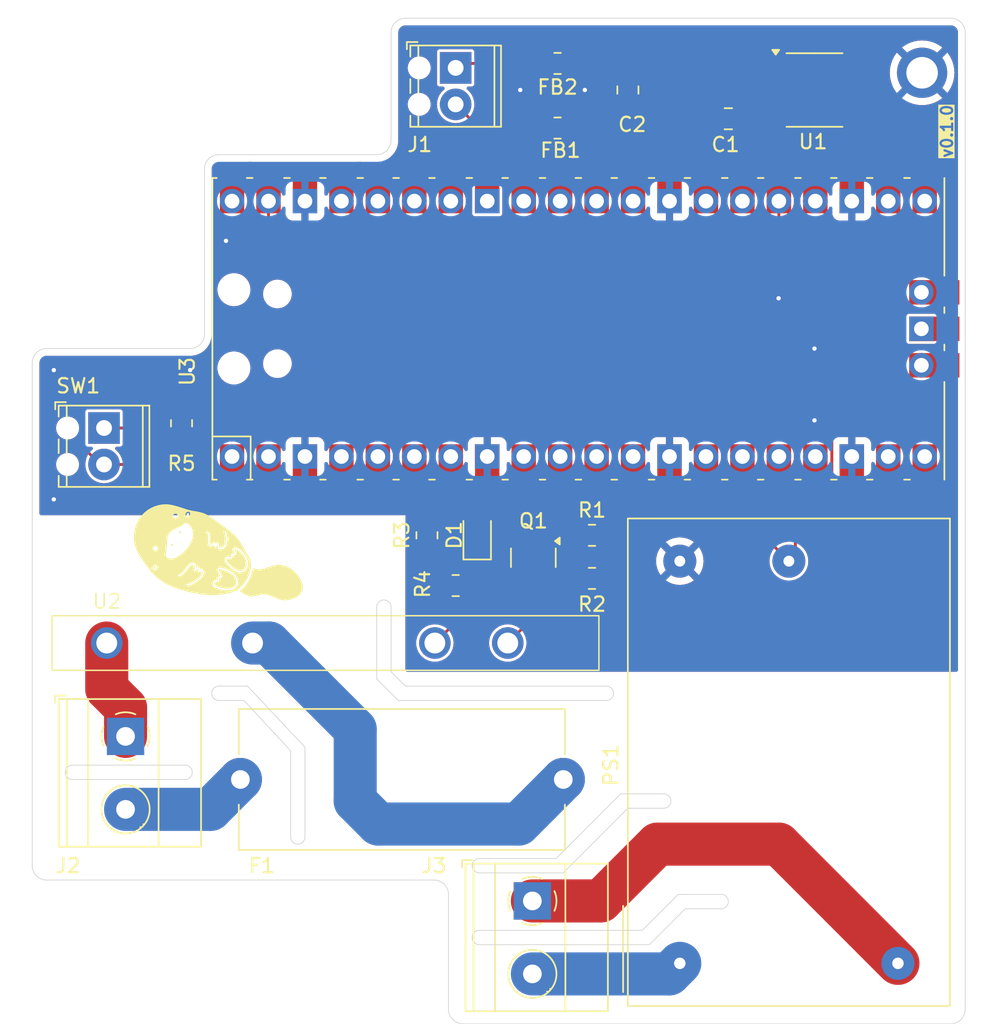
<source format=kicad_pcb>
(kicad_pcb (version 20240108) (generator "pcbnew") (generator_version "8.0")
  (layers (0 "F.Cu" signal) (31 "B.Cu" signal) (34 "B.Paste" user) (35 "F.Paste" user) (36 "B.SilkS" user "B.Silkscreen") (37 "F.SilkS" user "F.Silkscreen") (38 "B.Mask" user) (39 "F.Mask" user) (44 "Edge.Cuts" user))
  (net 0 "")
  (net 1 "Net-(U1-T+)")
  (net 2 "GND")
  (net 3 "Net-(D1-A)")
  (net 4 "Net-(U1-T-)")
  (net 5 "Net-(D1-K)")
  (net 6 "+3.3V")
  (net 7 "Net-(J1-Pin_2)")
  (net 8 "Net-(Q1-G)")
  (net 9 "Net-(R4-Pad2)")
  (net 22 "Net-(J1-Pin_1)")
  (net 23 "Net-(J2-Pin_2)")
  (net 24 "Net-(J2-Pin_1)")
  (net 26 "/MODE")
  (net 39 "/HEATER")
  (net 40 "/SPI1_MISO")
  (net 41 "/SPI1_CS")
  (net 42 "/SPI1_CLK")
  (net 78 "Net-(J3-Pin_1)")
  (net 79 "Net-(J3-Pin_2)")
  (net 80 "Net-(F1-Pad1)")
  (footprint "TerminalBlock_Phoenix:TerminalBlock_Phoenix_MPT-0,5-2-2.54_1x02_P2.54mm_Horizontal" (layer "F.Cu") (at 104.5 83.46 -90)
    (property "Reference" "J1" (at 5.34 2.5 180) (layer "F.SilkS"))
    (property "Value" "thermocouple")
    (pad "" np_thru_hole circle (at 0 2.54 270) (size 1.1 1.1) (drill 1.1) (layers "*.Cu" "*.Mask"))
    (pad "" np_thru_hole circle (at 2.54 2.54 270) (size 1.1 1.1) (drill 1.1) (layers "*.Cu" "*.Mask"))
    (pad "1" thru_hole rect (at 0 0 270) (size 2.2 2.2) (drill 1.1) (layers "*.Cu" "*.Mask") (net 22 "Net-(J1-Pin_1)"))
    (pad "2" thru_hole circle (at 2.54 0 270) (size 2.2 2.2) (drill 1.1) (layers "*.Cu" "*.Mask") (net 7 "Net-(J1-Pin_2)"))
  )
  (footprint "Package_TO_SOT_SMD:SOT-23" (layer "F.Cu") (at 109.9125 117.5625 -90)
    (property "Reference" "Q1" (at -2.5625 0 180) (layer "F.SilkS"))
    (property "Value" "2N7002H")
    (pad "1" smd roundrect (at -0.9375 -0.95 270) (size 1.475 0.6) (layers "F.Cu" "F.Paste" "F.Mask") (net 8 "Net-(Q1-G)"))
    (pad "2" smd roundrect (at -0.9375 0.95 270) (size 1.475 0.6) (layers "F.Cu" "F.Paste" "F.Mask") (net 2 "GND"))
    (pad "3" smd roundrect (at 0.9375 0 270) (size 1.475 0.6) (layers "F.Cu" "F.Paste" "F.Mask") (net 5 "Net-(D1-K)"))
  )
  (footprint "TerminalBlock_Phoenix:TerminalBlock_Phoenix_MPT-0,5-2-2.54_1x02_P2.54mm_Horizontal" (layer "F.Cu") (at 80 108.53 -90)
    (property "Reference" "SW1" (at -2.93 1.8 180) (layer "F.SilkS"))
    (property "Value" "mode_switch")
    (pad "" np_thru_hole circle (at 0 2.54 270) (size 1.1 1.1) (drill 1.1) (layers "*.Cu" "*.Mask"))
    (pad "" np_thru_hole circle (at 2.54 2.54 270) (size 1.1 1.1) (drill 1.1) (layers "*.Cu" "*.Mask"))
    (pad "1" thru_hole rect (at 0 0 270) (size 2.2 2.2) (drill 1.1) (layers "*.Cu" "*.Mask") (net 26 "/MODE"))
    (pad "2" thru_hole circle (at 2.54 0 270) (size 2.2 2.2) (drill 1.1) (layers "*.Cu" "*.Mask") (net 6 "+3.3V"))
  )
  (footprint "MountingHole:MountingHole_2.2mm_M2_ISO14580" (layer "F.Cu") (at 78.4 117.5)
    (property "Reference" "REF**" (hide yes))
    (property "Value" "MountingHole_2.2mm_M2_ISO14580" (hide yes))
    (pad "" np_thru_hole circle (at 0 0) (size 2.2 2.2) (drill 2.2) (layers "F&B.Cu" "*.Mask"))
  )
  (footprint "Fuse:Fuseholder_Cylinder-5x20mm_Schurter_0031_8201_Horizontal_Open" (layer "F.Cu") (at 112 133 180)
    (property "Reference" "F1" (at 21 -6 180) (layer "F.SilkS"))
    (property "Value" "Fuse")
    (pad "" np_thru_hole circle (at 11.25 0 180) (size 2.7 2.7) (drill 2.7) (layers "*.Cu" "*.Mask"))
    (pad "1" thru_hole circle (at 0 0 180) (size 3 3) (drill 1.3) (layers "*.Cu" "*.Mask") (net 80 "Net-(F1-Pad1)"))
    (pad "2" thru_hole circle (at 22.5 0 180) (size 3 3) (drill 1.3) (layers "*.Cu" "*.Mask") (net 23 "Net-(J2-Pin_2)"))
  )
  (footprint "Resistor_SMD:R_0805_2012Metric" (layer "F.Cu") (at 114 119)
    (property "Reference" "R2" (at 0 1.8 0) (layer "F.SilkS"))
    (property "Value" "10K")
    (pad "1" smd roundrect (at -0.9125 0) (size 1.025 1.4) (layers "F.Cu" "F.Paste" "F.Mask") (roundrect_rratio 0.243902) (net 8 "Net-(Q1-G)"))
    (pad "2" smd roundrect (at 0.9125 0) (size 1.025 1.4) (layers "F.Cu" "F.Paste" "F.Mask") (roundrect_rratio 0.243902) (net 2 "GND"))
  )
  (footprint "francisfrancisx1:CPC40055ST" (layer "F.Cu") (at 76.38 123.5)
    (property "Reference" "U2" (at 3.82 -2.9 0) (layer "F.SilkS") (effects (font (thickness 0.1))))
    (property "Value" "CPC40055ST")
    (pad "1" thru_hole circle (at 3.81 0) (size 2.2 2.2) (drill 1.45) (layers "*.Cu" "*.Mask") (net 24 "Net-(J2-Pin_1)"))
    (pad "2" thru_hole circle (at 13.97 0) (size 2.2 2.2) (drill 1.45) (layers "*.Cu" "*.Mask") (net 80 "Net-(F1-Pad1)"))
    (pad "3" thru_hole circle (at 26.67 0) (size 2.2 2.2) (drill 1.45) (layers "*.Cu" "*.Mask") (net 9 "Net-(R4-Pad2)"))
    (pad "4" thru_hole circle (at 31.75 0) (size 2.2 2.2) (drill 1.45) (layers "*.Cu" "*.Mask") (net 5 "Net-(D1-K)"))
  )
  (footprint "Resistor_SMD:R_0805_2012Metric" (layer "F.Cu") (at 111.6 83.15 180)
    (property "Reference" "FB2" (at 0 -1.65 180) (layer "F.SilkS"))
    (property "Value" "470")
    (pad "1" smd roundrect (at -0.9125 0 180) (size 1.025 1.4) (layers "F.Cu" "F.Paste" "F.Mask") (roundrect_rratio 0.243902) (net 4 "Net-(U1-T-)"))
    (pad "2" smd roundrect (at 0.9125 0 180) (size 1.025 1.4) (layers "F.Cu" "F.Paste" "F.Mask") (roundrect_rratio 0.243902) (net 22 "Net-(J1-Pin_1)"))
  )
  (footprint "Resistor_SMD:R_0805_2012Metric" (layer "F.Cu") (at 104.5 119.5)
    (property "Reference" "R4" (at -2.3 -0.1 90) (layer "F.SilkS"))
    (property "Value" "390")
    (pad "1" smd roundrect (at -0.9125 0) (size 1.025 1.4) (layers "F.Cu" "F.Paste" "F.Mask") (roundrect_rratio 0.243902) (net 6 "+3.3V"))
    (pad "2" smd roundrect (at 0.9125 0) (size 1.025 1.4) (layers "F.Cu" "F.Paste" "F.Mask") (roundrect_rratio 0.243902) (net 9 "Net-(R4-Pad2)"))
  )
  (footprint "LED_SMD:LED_0805_2012Metric" (layer "F.Cu") (at 106 116 90)
    (property "Reference" "D1" (at 0 -1.6 90) (layer "F.SilkS"))
    (property "Value" "LED")
    (pad "1" smd roundrect (at -0.9375 0 90) (size 0.975 1.4) (layers "F.Cu" "F.Paste" "F.Mask") (net 5 "Net-(D1-K)"))
    (pad "2" smd roundrect (at 0.9375 0 90) (size 0.975 1.4) (layers "F.Cu" "F.Paste" "F.Mask") (net 3 "Net-(D1-A)"))
  )
  (footprint "TerminalBlock_Phoenix:TerminalBlock_Phoenix_MKDS-1,5-2-5.08_1x02_P5.08mm_Horizontal" (layer "F.Cu") (at 109.845 141.455 -90)
    (property "Reference" "J3" (at -2.455 6.845 180) (layer "F.SilkS"))
    (property "Value" "mains")
    (pad "1" thru_hole rect (at 0 0 270) (size 2.6 2.6) (drill 1.3) (layers "*.Cu" "*.Mask") (net 78 "Net-(J3-Pin_1)"))
    (pad "2" thru_hole circle (at 5.08 0 270) (size 2.6 2.6) (drill 1.3) (layers "*.Cu" "*.Mask") (net 79 "Net-(J3-Pin_2)"))
  )
  (footprint "TerminalBlock_Phoenix:TerminalBlock_Phoenix_MKDS-1,5-2-5.08_1x02_P5.08mm_Horizontal" (layer "F.Cu") (at 81.5 130 -90)
    (property "Reference" "J2" (at 9 4 180) (layer "F.SilkS"))
    (property "Value" "heater")
    (pad "1" thru_hole rect (at 0 0 270) (size 2.6 2.6) (drill 1.3) (layers "*.Cu" "*.Mask") (net 24 "Net-(J2-Pin_1)"))
    (pad "2" thru_hole circle (at 5.08 0 270) (size 2.6 2.6) (drill 1.3) (layers "*.Cu" "*.Mask") (net 23 "Net-(J2-Pin_2)"))
  )
  (footprint "Converter_ACDC:Converter_ACDC_MeanWell_IRM-02-xx_THT" (layer "F.Cu") (at 120.1175 145.8 90)
    (property "Reference" "PS1" (at 13.8 -4.8 -90) (layer "F.SilkS"))
    (property "Value" "IRM-02-3.3")
    (pad "1" thru_hole rect (at 0 0 90) (size 2.3 2) (drill 0.8) (layers "*.Cu" "*.Mask") (net 79 "Net-(J3-Pin_2)"))
    (pad "2" thru_hole circle (at 0 15.2 90) (size 2.3 2.3) (drill 0.8) (layers "*.Cu" "*.Mask") (net 78 "Net-(J3-Pin_1)"))
    (pad "3" thru_hole circle (at 28 0 90) (size 2.3 2.3) (drill 0.76) (layers "*.Cu" "*.Mask") (net 2 "GND"))
    (pad "4" thru_hole circle (at 28 7.6 90) (size 2.3 2.3) (drill 0.76) (layers "*.Cu" "*.Mask") (net 6 "+3.3V"))
  )
  (footprint "Resistor_SMD:R_0805_2012Metric" (layer "F.Cu") (at 114 116 180)
    (property "Reference" "R1" (at 0 1.75 180) (layer "F.SilkS"))
    (property "Value" "2K2")
    (pad "1" smd roundrect (at -0.9125 0 180) (size 1.025 1.4) (layers "F.Cu" "F.Paste" "F.Mask") (roundrect_rratio 0.243902) (net 39 "/HEATER"))
    (pad "2" smd roundrect (at 0.9125 0 180) (size 1.025 1.4) (layers "F.Cu" "F.Paste" "F.Mask") (roundrect_rratio 0.243902) (net 8 "Net-(Q1-G)"))
  )
  (footprint "Resistor_SMD:R_0805_2012Metric" (layer "F.Cu") (at 102.5 116 90)
    (property "Reference" "R3" (at 0 -1.75 -90) (layer "F.SilkS"))
    (property "Value" "270")
    (pad "1" smd roundrect (at -0.9125 0 90) (size 1.025 1.4) (layers "F.Cu" "F.Paste" "F.Mask") (roundrect_rratio 0.243902) (net 6 "+3.3V"))
    (pad "2" smd roundrect (at 0.9125 0 90) (size 1.025 1.4) (layers "F.Cu" "F.Paste" "F.Mask") (roundrect_rratio 0.243902) (net 3 "Net-(D1-A)"))
  )
  (footprint "Capacitor_SMD:C_0805_2012Metric" (layer "F.Cu") (at 123.5 87 180)
    (property "Reference" "C1" (at 0.2 -1.8 180) (layer "F.SilkS"))
    (property "Value" "0.1u")
    (pad "1" smd roundrect (at -0.95 0 180) (size 1 1.45) (layers "F.Cu" "F.Paste" "F.Mask") (net 6 "+3.3V"))
    (pad "2" smd roundrect (at 0.95 0 180) (size 1 1.45) (layers "F.Cu" "F.Paste" "F.Mask") (net 2 "GND"))
  )
  (footprint "Package_SO:SOIC-8_3.9x4.9mm_P1.27mm" (layer "F.Cu") (at 129.5 85)
    (property "Reference" "U1" (at -0.1 3.6 0) (layer "F.SilkS"))
    (property "Value" "MAX31855KASA")
    (pad "1" smd roundrect (at -2.475 -1.905) (size 1.95 0.6) (layers "F.Cu" "F.Paste" "F.Mask") (net 2 "GND"))
    (pad "2" smd roundrect (at -2.475 -0.635) (size 1.95 0.6) (layers "F.Cu" "F.Paste" "F.Mask") (net 4 "Net-(U1-T-)"))
    (pad "3" smd roundrect (at -2.475 0.635) (size 1.95 0.6) (layers "F.Cu" "F.Paste" "F.Mask") (net 1 "Net-(U1-T+)"))
    (pad "4" smd roundrect (at -2.475 1.905) (size 1.95 0.6) (layers "F.Cu" "F.Paste" "F.Mask") (net 6 "+3.3V"))
    (pad "5" smd roundrect (at 2.475 1.905) (size 1.95 0.6) (layers "F.Cu" "F.Paste" "F.Mask") (net 42 "/SPI1_CLK"))
    (pad "6" smd roundrect (at 2.475 0.635) (size 1.95 0.6) (layers "F.Cu" "F.Paste" "F.Mask") (net 41 "/SPI1_CS"))
    (pad "7" smd roundrect (at 2.475 -0.635) (size 1.95 0.6) (layers "F.Cu" "F.Paste" "F.Mask") (net 40 "/SPI1_MISO"))
    (pad "8" smd roundrect (at 2.475 -1.905) (size 1.95 0.6) (layers "F.Cu" "F.Paste" "F.Mask"))
  )
  (footprint "Resistor_SMD:R_0805_2012Metric" (layer "F.Cu") (at 85.4 108.2 90)
    (property "Reference" "R5" (at -2.8 0 0) (layer "F.SilkS"))
    (property "Value" "10K")
    (pad "1" smd roundrect (at -0.9125 0 90) (size 1.025 1.4) (layers "F.Cu" "F.Paste" "F.Mask") (roundrect_rratio 0.243902) (net 26 "/MODE"))
    (pad "2" smd roundrect (at 0.9125 0 90) (size 1.025 1.4) (layers "F.Cu" "F.Paste" "F.Mask") (roundrect_rratio 0.243902) (net 2 "GND"))
  )
  (footprint "MountingHole:MountingHole_2.2mm_M2_ISO7380_Pad" (layer "F.Cu") (at 137 83.8)
    (property "Reference" "TP1" (hide yes))
    (property "Value" "ground_connector" (hide yes))
    (pad "1" thru_hole circle (at 0 0) (size 3.5 3.5) (drill 2.2) (layers "*.Cu" "*.Mask") (net 2 "GND"))
  )
  (footprint "francisfrancisx1:plat_silk" (layer "F.Cu") (at 87.6 118 50)
    (property "Reference" "G***" (hide yes))
    (property "Value" "LOGO" (hide yes))
  )
  (footprint "Capacitor_SMD:C_0805_2012Metric" (layer "F.Cu") (at 116.5 85 -90)
    (property "Reference" "C2" (at 2.4 -0.3 180) (layer "F.SilkS"))
    (property "Value" "0.01u")
    (pad "1" smd roundrect (at -0.95 0 270) (size 1 1.45) (layers "F.Cu" "F.Paste" "F.Mask") (net 4 "Net-(U1-T-)"))
    (pad "2" smd roundrect (at 0.95 0 270) (size 1 1.45) (layers "F.Cu" "F.Paste" "F.Mask") (net 1 "Net-(U1-T+)"))
  )
  (footprint "Resistor_SMD:R_0805_2012Metric" (layer "F.Cu") (at 111.6 87.65 180)
    (property "Reference" "FB1" (at -0.2 -1.55 180) (layer "F.SilkS"))
    (property "Value" "470")
    (pad "1" smd roundrect (at -0.9125 0 180) (size 1.025 1.4) (layers "F.Cu" "F.Paste" "F.Mask") (roundrect_rratio 0.243902) (net 1 "Net-(U1-T+)"))
    (pad "2" smd roundrect (at 0.9125 0 180) (size 1.025 1.4) (layers "F.Cu" "F.Paste" "F.Mask") (roundrect_rratio 0.243902) (net 7 "Net-(J1-Pin_2)"))
  )
  (footprint "MCU_RaspberryPi_and_Boards:RPi_Pico_SMD_TH" (layer "F.Cu") (at 113.05 101.625 90)
    (property "Reference" "U3" (at -2.975 -27.25 -90) (layer "F.SilkS"))
    (property "Value" "Pico")
    (pad "" np_thru_hole oval (at -2.725 -24 90) (size 1.8 1.8) (drill 1.8) (layers "*.Cu" "*.Mask"))
    (pad "" np_thru_hole oval (at -2.425 -20.97 90) (size 1.5 1.5) (drill 1.5) (layers "*.Cu" "*.Mask"))
    (pad "" np_thru_hole oval (at 2.425 -20.97 90) (size 1.5 1.5) (drill 1.5) (layers "*.Cu" "*.Mask"))
    (pad "" np_thru_hole oval (at 2.725 -24 90) (size 1.8 1.8) (drill 1.8) (layers "*.Cu" "*.Mask"))
    (pad "1" thru_hole oval (at -8.89 -24.13 90) (size 1.7 1.7) (drill 1.02) (layers "*.Cu" "*.Mask"))
    (pad "1" smd rect (at -8.89 -24.13 90) (size 3.5 1.7) (drill (offset -0.9 0)) (layers "F.Cu" "F.Mask"))
    (pad "2" thru_hole oval (at -8.89 -21.59 90) (size 1.7 1.7) (drill 1.02) (layers "*.Cu" "*.Mask"))
    (pad "2" smd rect (at -8.89 -21.59 90) (size 3.5 1.7) (drill (offset -0.9 0)) (layers "F.Cu" "F.Mask"))
    (pad "3" thru_hole rect (at -8.89 -19.05 90) (size 1.7 1.7) (drill 1.02) (layers "*.Cu" "*.Mask") (net 2 "GND"))
    (pad "3" smd rect (at -8.89 -19.05 90) (size 3.5 1.7) (drill (offset -0.9 0)) (layers "F.Cu" "F.Mask") (net 2 "GND"))
    (pad "4" thru_hole oval (at -8.89 -16.51 90) (size 1.7 1.7) (drill 1.02) (layers "*.Cu" "*.Mask"))
    (pad "4" smd rect (at -8.89 -16.51 90) (size 3.5 1.7) (drill (offset -0.9 0)) (layers "F.Cu" "F.Mask"))
    (pad "5" thru_hole oval (at -8.89 -13.97 90) (size 1.7 1.7) (drill 1.02) (layers "*.Cu" "*.Mask"))
    (pad "5" smd rect (at -8.89 -13.97 90) (size 3.5 1.7) (drill (offset -0.9 0)) (layers "F.Cu" "F.Mask"))
    (pad "6" thru_hole oval (at -8.89 -11.43 90) (size 1.7 1.7) (drill 1.02) (layers "*.Cu" "*.Mask"))
    (pad "6" smd rect (at -8.89 -11.43 90) (size 3.5 1.7) (drill (offset -0.9 0)) (layers "F.Cu" "F.Mask"))
    (pad "7" thru_hole oval (at -8.89 -8.89 90) (size 1.7 1.7) (drill 1.02) (layers "*.Cu" "*.Mask"))
    (pad "7" smd rect (at -8.89 -8.89 90) (size 3.5 1.7) (drill (offset -0.9 0)) (layers "F.Cu" "F.Mask"))
    (pad "8" thru_hole rect (at -8.89 -6.35 90) (size 1.7 1.7) (drill 1.02) (layers "*.Cu" "*.Mask") (net 2 "GND"))
    (pad "8" smd rect (at -8.89 -6.35 90) (size 3.5 1.7) (drill (offset -0.9 0)) (layers "F.Cu" "F.Mask") (net 2 "GND"))
    (pad "9" thru_hole oval (at -8.89 -3.81 90) (size 1.7 1.7) (drill 1.02) (layers "*.Cu" "*.Mask"))
    (pad "9" smd rect (at -8.89 -3.81 90) (size 3.5 1.7) (drill (offset -0.9 0)) (layers "F.Cu" "F.Mask"))
    (pad "10" thru_hole oval (at -8.89 -1.27 90) (size 1.7 1.7) (drill 1.02) (layers "*.Cu" "*.Mask"))
    (pad "10" smd rect (at -8.89 -1.27 90) (size 3.5 1.7) (drill (offset -0.9 0)) (layers "F.Cu" "F.Mask"))
    (pad "11" thru_hole oval (at -8.89 1.27 90) (size 1.7 1.7) (drill 1.02) (layers "*.Cu" "*.Mask"))
    (pad "11" smd rect (at -8.89 1.27 90) (size 3.5 1.7) (drill (offset -0.9 0)) (layers "F.Cu" "F.Mask"))
    (pad "12" thru_hole oval (at -8.89 3.81 90) (size 1.7 1.7) (drill 1.02) (layers "*.Cu" "*.Mask"))
    (pad "12" smd rect (at -8.89 3.81 90) (size 3.5 1.7) (drill (offset -0.9 0)) (layers "F.Cu" "F.Mask"))
    (pad "13" thru_hole rect (at -8.89 6.35 90) (size 1.7 1.7) (drill 1.02) (layers "*.Cu" "*.Mask") (net 2 "GND"))
    (pad "13" smd rect (at -8.89 6.35 90) (size 3.5 1.7) (drill (offset -0.9 0)) (layers "F.Cu" "F.Mask") (net 2 "GND"))
    (pad "14" thru_hole oval (at -8.89 8.89 90) (size 1.7 1.7) (drill 1.02) (layers "*.Cu" "*.Mask"))
    (pad "14" smd rect (at -8.89 8.89 90) (size 3.5 1.7) (drill (offset -0.9 0)) (layers "F.Cu" "F.Mask"))
    (pad "15" thru_hole oval (at -8.89 11.43 90) (size 1.7 1.7) (drill 1.02) (layers "*.Cu" "*.Mask"))
    (pad "15" smd rect (at -8.89 11.43 90) (size 3.5 1.7) (drill (offset -0.9 0)) (layers "F.Cu" "F.Mask"))
    (pad "16" thru_hole oval (at -8.89 13.97 90) (size 1.7 1.7) (drill 1.02) (layers "*.Cu" "*.Mask"))
    (pad "16" smd rect (at -8.89 13.97 90) (size 3.5 1.7) (drill (offset -0.9 0)) (layers "F.Cu" "F.Mask"))
    (pad "17" thru_hole oval (at -8.89 16.51 90) (size 1.7 1.7) (drill 1.02) (layers "*.Cu" "*.Mask"))
    (pad "17" smd rect (at -8.89 16.51 90) (size 3.5 1.7) (drill (offset -0.9 0)) (layers "F.Cu" "F.Mask"))
    (pad "18" thru_hole rect (at -8.89 19.05 90) (size 1.7 1.7) (drill 1.02) (layers "*.Cu" "*.Mask") (net 2 "GND"))
    (pad "18" smd rect (at -8.89 19.05 90) (size 3.5 1.7) (drill (offset -0.9 0)) (layers "F.Cu" "F.Mask") (net 2 "GND"))
    (pad "19" thru_hole oval (at -8.89 21.59 90) (size 1.7 1.7) (drill 1.02) (layers "*.Cu" "*.Mask"))
    (pad "19" smd rect (at -8.89 21.59 90) (size 3.5 1.7) (drill (offset -0.9 0)) (layers "F.Cu" "F.Mask"))
    (pad "20" thru_hole oval (at -8.89 24.13 90) (size 1.7 1.7) (drill 1.02) (layers "*.Cu" "*.Mask"))
    (pad "20" smd rect (at -8.89 24.13 90) (size 3.5 1.7) (drill (offset -0.9 0)) (layers "F.Cu" "F.Mask"))
    (pad "21" thru_hole oval (at 8.89 24.13 90) (size 1.7 1.7) (drill 1.02) (layers "*.Cu" "*.Mask") (net 40 "/SPI1_MISO"))
    (pad "21" smd rect (at 8.89 24.13 90) (size 3.5 1.7) (drill (offset 0.9 0)) (layers "F.Cu" "F.Mask") (net 40 "/SPI1_MISO"))
    (pad "22" thru_hole oval (at 8.89 21.59 90) (size 1.7 1.7) (drill 1.02) (layers "*.Cu" "*.Mask") (net 41 "/SPI1_CS"))
    (pad "22" smd rect (at 8.89 21.59 90) (size 3.5 1.7) (drill (offset 0.9 0)) (layers "F.Cu" "F.Mask") (net 41 "/SPI1_CS"))
    (pad "23" thru_hole rect (at 8.89 19.05 90) (size 1.7 1.7) (drill 1.02) (layers "*.Cu" "*.Mask") (net 2 "GND"))
    (pad "23" smd rect (at 8.89 19.05 90) (size 3.5 1.7) (drill (offset 0.9 0)) (layers "F.Cu" "F.Mask") (net 2 "GND"))
    (pad "24" thru_hole oval (at 8.89 16.51 90) (size 1.7 1.7) (drill 1.02) (layers "*.Cu" "*.Mask") (net 42 "/SPI1_CLK"))
    (pad "24" smd rect (at 8.89 16.51 90) (size 3.5 1.7) (drill (offset 0.9 0)) (layers "F.Cu" "F.Mask") (net 42 "/SPI1_CLK"))
    (pad "25" thru_hole oval (at 8.89 13.97 90) (size 1.7 1.7) (drill 1.02) (layers "*.Cu" "*.Mask") (net 39 "/HEATER"))
    (pad "25" smd rect (at 8.89 13.97 90) (size 3.5 1.7) (drill (offset 0.9 0)) (layers "F.Cu" "F.Mask") (net 39 "/HEATER"))
    (pad "26" thru_hole oval (at 8.89 11.43 90) (size 1.7 1.7) (drill 1.02) (layers "*.Cu" "*.Mask") (net 26 "/MODE"))
    (pad "26" smd rect (at 8.89 11.43 90) (size 3.5 1.7) (drill (offset 0.9 0)) (layers "F.Cu" "F.Mask") (net 26 "/MODE"))
    (pad "27" thru_hole oval (at 8.89 8.89 90) (size 1.7 1.7) (drill 1.02) (layers "*.Cu" "*.Mask"))
    (pad "27" smd rect (at 8.89 8.89 90) (size 3.5 1.7) (drill (offset 0.9 0)) (layers "F.Cu" "F.Mask"))
    (pad "28" thru_hole rect (at 8.89 6.35 90) (size 1.7 1.7) (drill 1.02) (layers "*.Cu" "*.Mask") (net 2 "GND"))
    (pad "28" smd rect (at 8.89 6.35 90) (size 3.5 1.7) (drill (offset 0.9 0)) (layers "F.Cu" "F.Mask") (net 2 "GND"))
    (pad "29" thru_hole oval (at 8.89 3.81 90) (size 1.7 1.7) (drill 1.02) (layers "*.Cu" "*.Mask"))
    (pad "29" smd rect (at 8.89 3.81 90) (size 3.5 1.7) (drill (offset 0.9 0)) (layers "F.Cu" "F.Mask"))
    (pad "30" thru_hole oval (at 8.89 1.27 90) (size 1.7 1.7) (drill 1.02) (layers "*.Cu" "*.Mask"))
    (pad "30" smd rect (at 8.89 1.27 90) (size 3.5 1.7) (drill (offset 0.9 0)) (layers "F.Cu" "F.Mask"))
    (pad "31" thru_hole oval (at 8.89 -1.27 90) (size 1.7 1.7) (drill 1.02) (layers "*.Cu" "*.Mask"))
    (pad "31" smd rect (at 8.89 -1.27 90) (size 3.5 1.7) (drill (offset 0.9 0)) (layers "F.Cu" "F.Mask"))
    (pad "32" thru_hole oval (at 8.89 -3.81 90) (size 1.7 1.7) (drill 1.02) (layers "*.Cu" "*.Mask"))
    (pad "32" smd rect (at 8.89 -3.81 90) (size 3.5 1.7) (drill (offset 0.9 0)) (layers "F.Cu" "F.Mask"))
    (pad "33" thru_hole rect (at 8.89 -6.35 90) (size 1.7 1.7) (drill 1.02) (layers "*.Cu" "*.Mask"))
    (pad "33" smd rect (at 8.89 -6.35 90) (size 3.5 1.7) (drill (offset 0.9 0)) (layers "F.Cu" "F.Mask"))
    (pad "34" thru_hole oval (at 8.89 -8.89 90) (size 1.7 1.7) (drill 1.02) (layers "*.Cu" "*.Mask"))
    (pad "34" smd rect (at 8.89 -8.89 90) (size 3.5 1.7) (drill (offset 0.9 0)) (layers "F.Cu" "F.Mask"))
    (pad "35" thru_hole oval (at 8.89 -11.43 90) (size 1.7 1.7) (drill 1.02) (layers "*.Cu" "*.Mask"))
    (pad "35" smd rect (at 8.89 -11.43 90) (size 3.5 1.7) (drill (offset 0.9 0)) (layers "F.Cu" "F.Mask"))
    (pad "36" thru_hole oval (at 8.89 -13.97 90) (size 1.7 1.7) (drill 1.02) (layers "*.Cu" "*.Mask"))
    (pad "36" smd rect (at 8.89 -13.97 90) (size 3.5 1.7) (drill (offset 0.9 0)) (layers "F.Cu" "F.Mask"))
    (pad "37" thru_hole oval (at 8.89 -16.51 90) (size 1.7 1.7) (drill 1.02) (layers "*.Cu" "*.Mask"))
    (pad "37" smd rect (at 8.89 -16.51 90) (size 3.5 1.7) (drill (offset 0.9 0)) (layers "F.Cu" "F.Mask"))
    (pad "38" thru_hole rect (at 8.89 -19.05 90) (size 1.7 1.7) (drill 1.02) (layers "*.Cu" "*.Mask") (net 2 "GND"))
    (pad "38" smd rect (at 8.89 -19.05 90) (size 3.5 1.7) (drill (offset 0.9 0)) (layers "F.Cu" "F.Mask") (net 2 "GND"))
    (pad "39" thru_hole oval (at 8.89 -21.59 90) (size 1.7 1.7) (drill 1.02) (layers "*.Cu" "*.Mask") (net 6 "+3.3V"))
    (pad "39" smd rect (at 8.89 -21.59 90) (size 3.5 1.7) (drill (offset 0.9 0)) (layers "F.Cu" "F.Mask") (net 6 "+3.3V"))
    (pad "40" thru_hole oval (at 8.89 -24.13 90) (size 1.7 1.7) (drill 1.02) (layers "*.Cu" "*.Mask"))
    (pad "40" smd rect (at 8.89 -24.13 90) (size 3.5 1.7) (drill (offset 0.9 0)) (layers "F.Cu" "F.Mask"))
    (pad "41" thru_hole oval (at -2.54 23.9 90) (size 1.7 1.7) (drill 1.02) (layers "*.Cu" "*.Mask"))
    (pad "41" smd rect (at -2.54 23.9 180) (size 3.5 1.7) (drill (offset -0.9 0)) (layers "F.Cu" "F.Mask"))
    (pad "42" thru_hole rect (at 0 23.9 90) (size 1.7 1.7) (drill 1.02) (layers "*.Cu" "*.Mask"))
    (pad "42" smd rect (at 0 23.9 180) (size 3.5 1.7) (drill (offset -0.9 0)) (layers "F.Cu" "F.Mask"))
    (pad "43" thru_hole oval (at 2.54 23.9 90) (size 1.7 1.7) (drill 1.02) (layers "*.Cu" "*.Mask"))
    (pad "43" smd rect (at 2.54 23.9 180) (size 3.5 1.7) (drill (offset -0.9 0)) (layers "F.Cu" "F.Mask"))
  )
  (footprint "MountingHole:MountingHole_2.2mm_M2_ISO14580" (layer "F.Cu") (at 128 145.5)
    (property "Reference" "REF**" (hide yes))
    (property "Value" "MountingHole_2.2mm_M2_ISO14580" (hide yes))
    (pad "" np_thru_hole circle (at 0 0) (size 2.2 2.2) (drill 2.2) (layers "F&B.Cu" "*.Mask"))
  )
  (gr_line (start 112 139.5) (end 106.15 139.5) (stroke (width 0.05)) (layer "Edge.Cuts"))
  (gr_arc (start 139 80) (mid 139.707107 80.292893) (end 140 81) (stroke (width 0.05)) (layer "Edge.Cuts"))
  (gr_arc (start 99 121) (mid 99.5 120.5) (end 100 121) (stroke (width 0.05)) (layer "Edge.Cuts"))
  (gr_line (start 116 134) (end 119 134) (stroke (width 0.05)) (layer "Edge.Cuts"))
  (gr_line (start 118 144.5) (end 120.5 142) (stroke (width 0.05)) (layer "Edge.Cuts"))
  (gr_line (start 118 144.5) (end 106.15 144.5) (stroke (width 0.05)) (layer "Edge.Cuts"))
  (gr_arc (start 106.15 144.5) (mid 105.65 144) (end 106.15 143.5) (stroke (width 0.05)) (layer "Edge.Cuts"))
  (gr_line (start 123 142) (end 120.5 142) (stroke (width 0.05)) (layer "Edge.Cuts"))
  (gr_arc (start 87 102) (mid 86.707107 102.707107) (end 86 103) (stroke (width 0.05)) (layer "Edge.Cuts"))
  (gr_line (start 140 81) (end 140 149) (stroke (width 0.05)) (layer "Edge.Cuts"))
  (gr_arc (start 94 137) (mid 93.5 137.5) (end 93 137) (stroke (width 0.05)) (layer "Edge.Cuts"))
  (gr_arc (start 75 104) (mid 75.292893 103.292893) (end 76 103) (stroke (width 0.05)) (layer "Edge.Cuts"))
  (gr_line (start 99 121) (end 99 126) (stroke (width 0.05)) (layer "Edge.Cuts"))
  (gr_line (start 85.65 133) (end 77.8 133) (stroke (width 0.05)) (layer "Edge.Cuts"))
  (gr_line (start 90 126.5) (end 88 126.5) (stroke (width 0.05)) (layer "Edge.Cuts"))
  (gr_line (start 112 139.5) (end 116.5 135) (stroke (width 0.05)) (layer "Edge.Cuts"))
  (gr_arc (start 115 126.5) (mid 115.5 127) (end 115 127.5) (stroke (width 0.05)) (layer "Edge.Cuts"))
  (gr_line (start 99 89.5) (end 88 89.5) (stroke (width 0.05)) (layer "Edge.Cuts"))
  (gr_line (start 119 135) (end 116.5 135) (stroke (width 0.05)) (layer "Edge.Cuts"))
  (gr_line (start 115 126.5) (end 101 126.5) (stroke (width 0.05)) (layer "Edge.Cuts"))
  (gr_line (start 94 137) (end 94 130.75) (stroke (width 0.05)) (layer "Edge.Cuts"))
  (gr_arc (start 77.8 133) (mid 77.3 132.5) (end 77.8 132) (stroke (width 0.05)) (layer "Edge.Cuts"))
  (gr_arc (start 106.15 139.5) (mid 105.65 139) (end 106.15 138.5) (stroke (width 0.05)) (layer "Edge.Cuts"))
  (gr_line (start 87 102) (end 87 90.5) (stroke (width 0.05)) (layer "Edge.Cuts"))
  (gr_arc (start 140 149) (mid 139.707107 149.707107) (end 139 150) (stroke (width 0.05)) (layer "Edge.Cuts"))
  (gr_arc (start 85.65 132) (mid 86.15 132.5) (end 85.65 133) (stroke (width 0.05)) (layer "Edge.Cuts"))
  (gr_line (start 120.5 141) (end 123 141) (stroke (width 0.05)) (layer "Edge.Cuts"))
  (gr_arc (start 76 140) (mid 75.292893 139.707107) (end 75 139) (stroke (width 0.05)) (layer "Edge.Cuts"))
  (gr_line (start 99 126) (end 100.5 127.5) (stroke (width 0.05)) (layer "Edge.Cuts"))
  (gr_line (start 104 149) (end 104 141) (stroke (width 0.05)) (layer "Edge.Cuts"))
  (gr_line (start 103 140) (end 76 140) (stroke (width 0.05)) (layer "Edge.Cuts"))
  (gr_line (start 100 125.5) (end 100 121) (stroke (width 0.05)) (layer "Edge.Cuts"))
  (gr_arc (start 103 140) (mid 103.707107 140.292893) (end 104 141) (stroke (width 0.05)) (layer "Edge.Cuts"))
  (gr_arc (start 88 127.5) (mid 87.5 127) (end 88 126.5) (stroke (width 0.05)) (layer "Edge.Cuts"))
  (gr_line (start 100 81) (end 100 88.5) (stroke (width 0.05)) (layer "Edge.Cuts"))
  (gr_arc (start 123 141) (mid 123.5 141.5) (end 123 142) (stroke (width 0.05)) (layer "Edge.Cuts"))
  (gr_line (start 75 139) (end 75 104) (stroke (width 0.05)) (layer "Edge.Cuts"))
  (gr_line (start 139 150) (end 105 150) (stroke (width 0.05)) (layer "Edge.Cuts"))
  (gr_line (start 77.8 132) (end 85.65 132) (stroke (width 0.05)) (layer "Edge.Cuts"))
  (gr_line (start 106.15 143.5) (end 117.5 143.5) (stroke (width 0.05)) (layer "Edge.Cuts"))
  (gr_line (start 86 103) (end 76 103) (stroke (width 0.05)) (layer "Edge.Cuts"))
  (gr_arc (start 100 81) (mid 100.292893 80.292893) (end 101 80) (stroke (width 0.05)) (layer "Edge.Cuts"))
  (gr_arc (start 105 150) (mid 104.292893 149.707107) (end 104 149) (stroke (width 0.05)) (layer "Edge.Cuts"))
  (gr_line (start 106.15 138.5) (end 111.5 138.5) (stroke (width 0.05)) (layer "Edge.Cuts"))
  (gr_line (start 120 141) (end 120.5 141) (stroke (width 0.05)) (layer "Edge.Cuts"))
  (gr_line (start 100.5 127.5) (end 115 127.5) (stroke (width 0.05)) (layer "Edge.Cuts"))
  (gr_line (start 100 125.5) (end 101 126.5) (stroke (width 0.05)) (layer "Edge.Cuts"))
  (gr_line (start 117.5 143.5) (end 120 141) (stroke (width 0.05)) (layer "Edge.Cuts"))
  (gr_arc (start 87 90.5) (mid 87.292893 89.792893) (end 88 89.5) (stroke (width 0.05)) (layer "Edge.Cuts"))
  (gr_line (start 93 131) (end 89.75 127.5) (stroke (width 0.05)) (layer "Edge.Cuts"))
  (gr_line (start 101 80) (end 139 80) (stroke (width 0.05)) (layer "Edge.Cuts"))
  (gr_line (start 93 137) (end 93 131) (stroke (width 0.05)) (layer "Edge.Cuts"))
  (gr_arc (start 119 134) (mid 119.5 134.5) (end 119 135) (stroke (width 0.05)) (layer "Edge.Cuts"))
  (gr_line (start 89.75 127.5) (end 88 127.5) (stroke (width 0.05)) (layer "Edge.Cuts"))
  (gr_line (start 94 130.75) (end 90 126.5) (stroke (width 0.05)) (layer "Edge.Cuts"))
  (gr_arc (start 100 88.5) (mid 99.707107 89.207107) (end 99 89.5) (stroke (width 0.05)) (layer "Edge.Cuts"))
  (gr_line (start 111.5 138.5) (end 116 134) (stroke (width 0.05)) (layer "Edge.Cuts"))
  (gr_text "v0.1.0" (at 139.2 89.8 90) (layer "F.SilkS" knockout) (effects (font (size 0.8 0.8) (thickness 0.16) (bold yes)) (justify left bottom)))
  (segment (start 114.8 87.65) (end 116.5 85.95) (width 0.2) (layer "F.Cu") (net 1))
  (segment (start 118.05 85.95) (end 118.365 85.635) (width 0.2) (layer "F.Cu") (net 1))
  (segment (start 116.5 85.95) (end 118.05 85.95) (width 0.2) (layer "F.Cu") (net 1))
  (segment (start 118.365 85.635) (end 127.025 85.635) (width 0.2) (layer "F.Cu") (net 1))
  (segment (start 112.5125 87.65) (end 114.8 87.65) (width 0.2) (layer "F.Cu") (net 1))
  (via (at 76.5 104.5) (size 0.6) (drill 0.3) (layers "F.Cu" "B.Cu") (net 2))
  (via (at 88.5 95.5) (size 0.6) (drill 0.3) (layers "F.Cu" "B.Cu") (net 2))
  (via (at 86 104.5) (size 0.6) (drill 0.3) (layers "F.Cu" "B.Cu") (net 2))
  (via (at 127 99.5) (size 0.6) (drill 0.3) (layers "F.Cu" "B.Cu") (net 2))
  (via (at 113.5 85) (size 0.6) (drill 0.3) (layers "F.Cu" "B.Cu") (net 2))
  (via (at 129.5 108) (size 0.6) (drill 0.3) (layers "F.Cu" "B.Cu") (net 2))
  (via (at 129.5 103) (size 0.6) (drill 0.3) (layers "F.Cu" "B.Cu") (net 2))
  (via (at 109 85) (size 0.6) (drill 0.3) (layers "F.Cu" "B.Cu") (net 2))
  (via (at 76.5 113.5) (size 0.6) (drill 0.3) (layers "F.Cu" "B.Cu") (net 2))
  (segment (start 105.975 115.0875) (end 106 115.0625) (width 0.2) (layer "F.Cu") (net 3))
  (segment (start 102.5 115.0875) (end 105.975 115.0875) (width 0.2) (layer "F.Cu") (net 3))
  (segment (start 115.6 83.15) (end 112.5125 83.15) (width 0.2) (layer "F.Cu") (net 4))
  (segment (start 116.5 84.05) (end 118.05 84.05) (width 0.2) (layer "F.Cu") (net 4))
  (segment (start 126.89 84.5) (end 127.025 84.365) (width 0.2) (layer "F.Cu") (net 4))
  (segment (start 118.05 84.05) (end 118.365 84.365) (width 0.2) (layer "F.Cu") (net 4))
  (segment (start 115.6 83.15) (end 116.5 84.05) (width 0.2) (layer "F.Cu") (net 4))
  (segment (start 118.365 84.365) (end 127.025 84.365) (width 0.2) (layer "F.Cu") (net 4))
  (segment (start 109.9125 121.7175) (end 108.13 123.5) (width 0.2) (layer "F.Cu") (net 5))
  (segment (start 107.5625 118.5) (end 109.9125 118.5) (width 0.2) (layer "F.Cu") (net 5))
  (segment (start 109.9125 118.5) (end 109.9125 121.7175) (width 0.2) (layer "F.Cu") (net 5))
  (segment (start 106 116.9375) (end 107.5625 118.5) (width 0.2) (layer "F.Cu") (net 5))
  (segment (start 128.17 117.3475) (end 128.17 102.57) (width 0.2) (layer "F.Cu") (net 6))
  (segment (start 93.8 97) (end 93.8 105.2) (width 0.2) (layer "F.Cu") (net 6))
  (segment (start 123.7175 113.8) (end 127.7175 117.8) (width 0.2) (layer "F.Cu") (net 6))
  (segment (start 93 106) (end 79.2 106) (width 0.2) (layer "F.Cu") (net 6))
  (segment (start 103.5875 119.5) (end 103.5875 119.1875) (width 0.2) (layer "F.Cu") (net 6))
  (segment (start 101.4 114.4) (end 100.8 113.8) (width 0.2) (layer "F.Cu") (net 6))
  (segment (start 128.17 102.57) (end 125.8 100.2) (width 0.2) (layer "F.Cu") (net 6))
  (segment (start 126 87) (end 126.93 87) (width 0.2) (layer "F.Cu") (net 6))
  (segment (start 100.8 113.8) (end 86.4 113.8) (width 0.2) (layer "F.Cu") (net 6))
  (segment (start 102 113.8) (end 123.7175 113.8) (width 0.2) (layer "F.Cu") (net 6))
  (segment (start 125.8 100.2) (end 125.8 87.2) (width 0.2) (layer "F.Cu") (net 6))
  (segment (start 78.4 106.8) (end 78.4 109.73) (width 0.2) (layer "F.Cu") (net 6))
  (segment (start 93.8 97) (end 91.46 94.66) (width 0.2) (layer "F.Cu") (net 6))
  (segment (start 78.4 109.73) (end 79.74 111.07) (width 0.2) (layer "F.Cu") (net 6))
  (segment (start 91.46 94.66) (end 91.46 92.735) (width 0.2) (layer "F.Cu") (net 6))
  (segment (start 101.7125 116.9125) (end 101.4 116.6) (width 0.2) (layer "F.Cu") (net 6))
  (segment (start 102.5 116.9125) (end 101.7125 116.9125) (width 0.2) (layer "F.Cu") (net 6))
  (segment (start 101.4 116.6) (end 101.4 114.4) (width 0.2) (layer "F.Cu") (net 6))
  (segment (start 124.45 87) (end 125.6 87) (width 0.2) (layer "F.Cu") (net 6))
  (segment (start 125.8 87.2) (end 126 87) (width 0.2) (layer "F.Cu") (net 6))
  (segment (start 101.4 114.4) (end 102 113.8) (width 0.2) (layer "F.Cu") (net 6))
  (segment (start 125.6 87) (end 125.8 87.2) (width 0.2) (layer "F.Cu") (net 6))
  (segment (start 127.7175 117.8) (end 128.17 117.3475) (width 0.2) (layer "F.Cu") (net 6))
  (segment (start 102.5 118.1) (end 102.5 116.9125) (width 0.2) (layer "F.Cu") (net 6))
  (segment (start 79.74 111.07) (end 80 111.07) (width 0.2) (layer "F.Cu") (net 6))
  (segment (start 103.5875 119.1875) (end 102.5 118.1) (width 0.2) (layer "F.Cu") (net 6))
  (segment (start 79.2 106) (end 78.4 106.8) (width 0.2) (layer "F.Cu") (net 6))
  (segment (start 83.67 111.07) (end 80 111.07) (width 0.2) (layer "F.Cu") (net 6))
  (segment (start 86.4 113.8) (end 83.67 111.07) (width 0.2) (layer "F.Cu") (net 6))
  (segment (start 126.93 87) (end 127.025 86.905) (width 0.2) (layer "F.Cu") (net 6))
  (segment (start 93.8 105.2) (end 93 106) (width 0.2) (layer "F.Cu") (net 6))
  (segment (start 106.15 87.65) (end 110.6875 87.65) (width 0.2) (layer "F.Cu") (net 7))
  (segment (start 106.15 87.65) (end 104.5 86) (width 0.2) (layer "F.Cu") (net 7))
  (segment (start 110.8625 116.625) (end 111.4875 116) (width 0.2) (layer "F.Cu") (net 8))
  (segment (start 111.4875 116) (end 113.0875 116) (width 0.2) (layer "F.Cu") (net 8))
  (segment (start 113.0875 116) (end 113.0875 119) (width 0.2) (layer "F.Cu") (net 8))
  (segment (start 105.4125 121.1375) (end 103.05 123.5) (width 0.2) (layer "F.Cu") (net 9))
  (segment (start 105.4125 119.5) (end 105.4125 121.1375) (width 0.2) (layer "F.Cu") (net 9))
  (segment (start 104.81 83.15) (end 104.5 83.46) (width 0.2) (layer "F.Cu") (net 22))
  (segment (start 110.6875 83.15) (end 104.81 83.15) (width 0.2) (layer "F.Cu") (net 22))
  (segment (start 87.42 135.08) (end 89.5 133) (width 3) (layer "B.Cu") (net 23))
  (segment (start 81.5 135.08) (end 87.42 135.08) (width 3) (layer "B.Cu") (net 23))
  (segment (start 80.19 126.69) (end 81.5 128) (width 3) (layer "F.Cu") (net 24))
  (segment (start 80.19 123.5) (end 80.19 126.69) (width 3) (layer "F.Cu") (net 24))
  (segment (start 81.5 128) (end 81.5 130) (width 3) (layer "F.Cu") (net 24))
  (segment (start 108.715 108.5) (end 88 108.5) (width 0.2) (layer "F.Cu") (net 26))
  (segment (start 85.4 109.1125) (end 83.1125 109.1125) (width 0.2) (layer "F.Cu") (net 26))
  (segment (start 88 108.5) (end 87.3875 109.1125) (width 0.2) (layer "F.Cu") (net 26))
  (segment (start 83.1125 109.1125) (end 82.53 108.53) (width 0.2) (layer "F.Cu") (net 26))
  (segment (start 82.53 108.53) (end 80 108.53) (width 0.2) (layer "F.Cu") (net 26))
  (segment (start 87.3875 109.1125) (end 85.4 109.1125) (width 0.2) (layer "F.Cu") (net 26))
  (segment (start 124.48 92.735) (end 108.715 108.5) (width 0.2) (layer "F.Cu") (net 26))
  (segment (start 114.9125 116.7125) (end 119.2 121) (width 0.2) (layer "F.Cu") (net 39))
  (segment (start 128.4 121) (end 130.71 118.69) (width 0.2) (layer "F.Cu") (net 39))
  (segment (start 114.9125 116) (end 114.9125 116.7125) (width 0.2) (layer "F.Cu") (net 39))
  (segment (start 130.71 101.11) (end 127.02 97.42) (width 0.2) (layer "F.Cu") (net 39))
  (segment (start 119.2 121) (end 128.4 121) (width 0.2) (layer "F.Cu") (net 39))
  (segment (start 127.02 97.42) (end 127.02 92.735) (width 0.2) (layer "F.Cu") (net 39))
  (segment (start 130.71 118.69) (end 130.71 101.11) (width 0.2) (layer "F.Cu") (net 39))
  (segment (start 131.975 84.365) (end 133.865 84.365) (width 0.2) (layer "F.Cu") (net 40))
  (segment (start 137.18 87.68) (end 137.18 92.735) (width 0.2) (layer "F.Cu") (net 40))
  (segment (start 133.865 84.365) (end 137.18 87.68) (width 0.2) (layer "F.Cu") (net 40))
  (segment (start 135.5 87.5) (end 135.5 89) (width 0.2) (layer "F.Cu") (net 41))
  (segment (start 135.5 89) (end 134.64 89.86) (width 0.2) (layer "F.Cu") (net 41))
  (segment (start 133.635 85.635) (end 135.5 87.5) (width 0.2) (layer "F.Cu") (net 41))
  (segment (start 131.975 85.635) (end 133.635 85.635) (width 0.2) (layer "F.Cu") (net 41))
  (segment (start 134.64 89.86) (end 134.64 92.735) (width 0.2) (layer "F.Cu") (net 41))
  (segment (start 134 88.5) (end 133.5 89) (width 0.2) (layer "F.Cu") (net 42))
  (segment (start 131.975 86.905) (end 133.405 86.905) (width 0.2) (layer "F.Cu") (net 42))
  (segment (start 133.5 89) (end 130.5 89) (width 0.2) (layer "F.Cu") (net 42))
  (segment (start 130.5 89) (end 129.56 89.94) (width 0.2) (layer "F.Cu") (net 42))
  (segment (start 134 87.5) (end 134 88.5) (width 0.2) (layer "F.Cu") (net 42))
  (segment (start 129.56 89.94) (end 129.56 92.735) (width 0.2) (layer "F.Cu") (net 42))
  (segment (start 133.405 86.905) (end 134 87.5) (width 0.2) (layer "F.Cu") (net 42))
  (segment (start 118.566289 137.5) (end 127.0175 137.5) (width 3) (layer "F.Cu") (net 78))
  (segment (start 114.611289 141.455) (end 118.566289 137.5) (width 3) (layer "F.Cu") (net 78))
  (segment (start 127.0175 137.5) (end 135.3175 145.8) (width 3) (layer "F.Cu") (net 78))
  (segment (start 109.845 141.455) (end 114.611289 141.455) (width 3) (layer "F.Cu") (net 78))
  (segment (start 109.845 146.535) (end 119.3825 146.535) (width 3) (layer "B.Cu") (net 79))
  (segment (start 119.3825 146.535) (end 120.1175 145.8) (width 3) (layer "B.Cu") (net 79))
  (segment (start 108.9 136.1) (end 99.1 136.1) (width 3) (layer "B.Cu") (net 80))
  (segment (start 112 133) (end 108.9 136.1) (width 3) (layer "B.Cu") (net 80))
  (segment (start 91.5 123.5) (end 90.35 123.5) (width 3) (layer "B.Cu") (net 80))
  (segment (start 97.5 129.5) (end 91.5 123.5) (width 3) (layer "B.Cu") (net 80))
  (segment (start 99.1 136.1) (end 97.5 134.5) (width 3) (layer "B.Cu") (net 80))
  (segment (start 97.5 134.5) (end 97.5 129.5) (width 3) (layer "B.Cu") (net 80))
  (zone (net 2) (net_name "GND") (layers "F&B.Cu") (connect_pads (clearance 0)) (min_thickness 0.25) (fill yes (thermal_gap 0.5) (thermal_bridge_width 0.5))
    (polygon (pts (xy 100 80) (xy 140 80) (xy 140 125.5) (xy 101 125.5) (xy 101 114.6) (xy 75 114.6) (xy 75 103) (xy 86 103) (xy 87 103) (xy 87 102) (xy 87 89.5) (xy 100 89.5)))
  )
)
</source>
